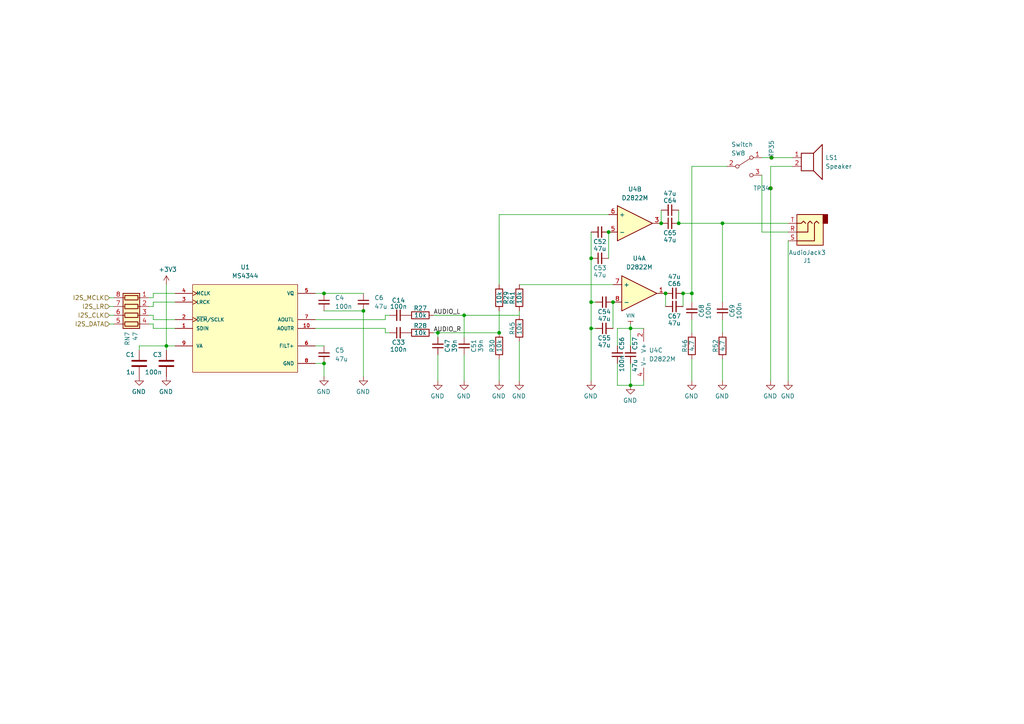
<source format=kicad_sch>
(kicad_sch (version 20211123) (generator eeschema)
  (paper "A4")
  (lib_symbols
    (symbol "CS4344-CZZ:CS4344-CZZ" (pin_names (offset 1.016))
      (property "Reference" "U" (at -15.1384 13.4112 0))
      (property "Value" "CS4344-CZZ" (at -15.4178 -15.0114 0))
      (symbol "CS4344-CZZ_0_0"
        (rectangle (start -15.24 -12.7) (end 15.24 12.7) (stroke (width 0.1524)) (fill (type background)))
        (pin input line (at -20.32 0 0) (length 5.08) (name "SDIN") (number "1"))
        (pin output line (at 20.32 0 180) (length 5.08) (name "AOUTR") (number "10"))
        (pin input clock (at -20.32 2.54 0) (length 5.08) (name "~{DEM}/SCLK") (number "2"))
        (pin input clock (at -20.32 7.62 0) (length 5.08) (name "LRCK") (number "3"))
        (pin input clock (at -20.32 10.16 0) (length 5.08) (name "MCLK") (number "4"))
        (pin output line (at 20.32 10.16 180) (length 5.08) (name "VQ") (number "5"))
        (pin output line (at 20.32 -5.08 180) (length 5.08) (name "FILT+") (number "6"))
        (pin output line (at 20.32 2.54 180) (length 5.08) (name "AOUTL") (number "7"))
        (pin power_in line (at 20.32 -10.16 180) (length 5.08) (name "GND") (number "8"))
        (pin input line (at -20.32 -5.08 0) (length 5.08) (name "VA") (number "9"))
      )
    )
    (symbol "Device:C_Small" (pin_numbers hide) (pin_names (offset 0.254) hide)
      (property "Reference" "C" (at 0.254 1.778 0))
      (property "Value" "C_Small" (at 0.254 -2.032 0))
      (symbol "C_Small_0_1"
        (polyline (pts (xy -1.524 -0.508) (xy 1.524 -0.508)) (stroke (width 0.3302)))
        (polyline (pts (xy -1.524 0.508) (xy 1.524 0.508)) (stroke (width 0.3048)))
      )
      (symbol "C_Small_1_1"
        (pin passive line (at 0 2.54 270) (length 2.032) (name "~") (number "1"))
        (pin passive line (at 0 -2.54 90) (length 2.032) (name "~") (number "2"))
      )
    )
    (symbol "Device:Speaker" (pin_names (offset 0) hide)
      (property "Reference" "LS" (at 1.27 5.715 0))
      (property "Value" "Speaker" (at 1.27 3.81 0))
      (symbol "Speaker_0_0"
        (rectangle (start -2.54 1.27) (end 1.016 -3.81) (stroke (width 0.254)))
        (polyline (pts (xy 1.016 1.27) (xy 3.556 3.81) (xy 3.556 -6.35) (xy 1.016 -3.81)) (stroke (width 0.254)))
      )
      (symbol "Speaker_1_1"
        (pin input line (at -5.08 0 0) (length 2.54) (name "1") (number "1"))
        (pin input line (at -5.08 -2.54 0) (length 2.54) (name "2") (number "2"))
      )
    )
    (symbol "amplifier:TDA2822"
      (property "Reference" "U" (at 0 5.08 0))
      (property "Value" "TDA2822" (at 0 -5.08 0))
      (symbol "TDA2822_1_1"
        (polyline (pts (xy -5.08 5.08) (xy 5.08 0) (xy -5.08 -5.08) (xy -5.08 5.08)) (stroke (width 0.254)) (fill (type background)))
        (pin output line (at 7.62 0 180) (length 2.54) (name "~") (number "1"))
        (pin input line (at -7.62 2.54 0) (length 2.54) (name "+") (number "7"))
        (pin input line (at -7.62 -2.54 0) (length 2.54) (name "-") (number "8"))
      )
      (symbol "TDA2822_2_1"
        (polyline (pts (xy -5.08 5.08) (xy 5.08 0) (xy -5.08 -5.08) (xy -5.08 5.08)) (stroke (width 0.254)) (fill (type background)))
        (pin output line (at 7.62 0 180) (length 2.54) (name "~") (number "3"))
        (pin input line (at -7.62 -2.54 0) (length 2.54) (name "-") (number "5"))
        (pin input line (at -7.62 2.54 0) (length 2.54) (name "+") (number "6"))
      )
      (symbol "TDA2822_3_1"
        (pin power_in line (at -2.54 7.62 270) (length 3.81) (name "V+") (number "2"))
        (pin power_in line (at -2.54 -7.62 90) (length 3.81) (name "V-") (number "4"))
      )
    )
    (symbol "mch2021-rescue:+3.3V-power" (power) (pin_names (offset 0))
      (property "Value" "+3.3V-power" (at 0 3.556 0))
      (symbol "+3.3V-power_0_1"
        (polyline (pts (xy -0.762 1.27) (xy 0 2.54)))
        (polyline (pts (xy 0 0) (xy 0 2.54)))
        (polyline (pts (xy 0 2.54) (xy 0.762 1.27)))
      )
      (symbol "+3.3V-power_1_1"
        (pin power_in line (at 0 0 90) (length 0) hide (name "+3V3") (number "1"))
      )
    )
    (symbol "mch2021-rescue:AudioJack3-Connector"
      (property "Reference" "J" (at 0 8.89 0))
      (property "Value" "AudioJack3-Connector" (at 0 6.35 0))
      (symbol "AudioJack3-Connector_0_1"
        (rectangle (start -5.08 -5.08) (end -6.35 -2.54) (stroke (width 0.254)) (fill (type outline)))
        (polyline (pts (xy 0 -2.54) (xy 0.635 -3.175) (xy 1.27 -2.54) (xy 2.54 -2.54)) (stroke (width 0.254)))
        (polyline (pts (xy -1.905 -2.54) (xy -1.27 -3.175) (xy -0.635 -2.54) (xy -0.635 0) (xy 2.54 0)) (stroke (width 0.254)))
        (polyline (pts (xy 2.54 2.54) (xy -2.54 2.54) (xy -2.54 -2.54) (xy -3.175 -3.175) (xy -3.81 -2.54)) (stroke (width 0.254)))
        (rectangle (start 2.54 3.81) (end -5.08 -5.08) (stroke (width 0.254)) (fill (type background)))
      )
      (symbol "AudioJack3-Connector_1_1"
        (pin passive line (at 5.08 0 180) (length 2.54) (name "~") (number "R"))
        (pin passive line (at 5.08 2.54 180) (length 2.54) (name "~") (number "S"))
        (pin passive line (at 5.08 -2.54 180) (length 2.54) (name "~") (number "T"))
      )
    )
    (symbol "mch2021-rescue:C-Device" (pin_numbers hide) (pin_names (offset 0.254))
      (property "Reference" "C" (at 0.635 2.54 0))
      (property "Value" "C-Device" (at 0.635 -2.54 0))
      (symbol "C-Device_0_1"
        (polyline (pts (xy -2.032 -0.762) (xy 2.032 -0.762)) (stroke (width 0.508)))
        (polyline (pts (xy -2.032 0.762) (xy 2.032 0.762)) (stroke (width 0.508)))
      )
      (symbol "C-Device_1_1"
        (pin passive line (at 0 3.81 270) (length 2.794) (name "~") (number "1"))
        (pin passive line (at 0 -3.81 90) (length 2.794) (name "~") (number "2"))
      )
    )
    (symbol "mch2021-rescue:GND-power" (power) (pin_names (offset 0))
      (property "Value" "GND-power" (at 0 -3.81 0))
      (symbol "GND-power_0_1"
        (polyline (pts (xy 0 0) (xy 0 -1.27) (xy 1.27 -1.27) (xy 0 -2.54) (xy -1.27 -1.27) (xy 0 -1.27)))
      )
      (symbol "GND-power_1_1"
        (pin power_in line (at 0 0 270) (length 0) hide (name "GND") (number "1"))
      )
    )
    (symbol "mch2021-rescue:R-Device" (pin_numbers hide) (pin_names (offset 0))
      (property "Reference" "R" (at 2.032 0 90))
      (property "Value" "R-Device" (at 0 0 90))
      (symbol "R-Device_0_1"
        (rectangle (start -1.016 -2.54) (end 1.016 2.54) (stroke (width 0.254)))
      )
      (symbol "R-Device_1_1"
        (pin passive line (at 0 3.81 270) (length 1.27) (name "~") (number "1"))
        (pin passive line (at 0 -3.81 90) (length 1.27) (name "~") (number "2"))
      )
    )
    (symbol "mch2021-rescue:R_Pack04-Device" (pin_names (offset 0) hide)
      (property "Reference" "RN" (at -7.62 0 90))
      (property "Value" "R_Pack04-Device" (at 5.08 0 90))
      (symbol "R_Pack04-Device_0_1"
        (rectangle (start -6.35 -2.413) (end 3.81 2.413) (stroke (width 0.254)) (fill (type background)))
        (rectangle (start -5.715 1.905) (end -4.445 -1.905) (stroke (width 0.254)))
        (rectangle (start -3.175 1.905) (end -1.905 -1.905) (stroke (width 0.254)))
        (rectangle (start -0.635 1.905) (end 0.635 -1.905) (stroke (width 0.254)))
        (polyline (pts (xy -5.08 -2.54) (xy -5.08 -1.905)))
        (polyline (pts (xy -5.08 1.905) (xy -5.08 2.54)))
        (polyline (pts (xy -2.54 -2.54) (xy -2.54 -1.905)))
        (polyline (pts (xy -2.54 1.905) (xy -2.54 2.54)))
        (polyline (pts (xy 0 -2.54) (xy 0 -1.905)))
        (polyline (pts (xy 0 1.905) (xy 0 2.54)))
        (polyline (pts (xy 2.54 -2.54) (xy 2.54 -1.905)))
        (polyline (pts (xy 2.54 1.905) (xy 2.54 2.54)))
        (rectangle (start 1.905 1.905) (end 3.175 -1.905) (stroke (width 0.254)))
      )
      (symbol "R_Pack04-Device_1_1"
        (pin passive line (at -5.08 -5.08 90) (length 2.54) (name "R1.1") (number "1"))
        (pin passive line (at -2.54 -5.08 90) (length 2.54) (name "R2.1") (number "2"))
        (pin passive line (at 0 -5.08 90) (length 2.54) (name "R3.1") (number "3"))
        (pin passive line (at 2.54 -5.08 90) (length 2.54) (name "R4.1") (number "4"))
        (pin passive line (at 2.54 5.08 270) (length 2.54) (name "R4.2") (number "5"))
        (pin passive line (at 0 5.08 270) (length 2.54) (name "R3.2") (number "6"))
        (pin passive line (at -2.54 5.08 270) (length 2.54) (name "R2.2") (number "7"))
        (pin passive line (at -5.08 5.08 270) (length 2.54) (name "R1.2") (number "8"))
      )
    )
    (symbol "mch2021-rescue:SW_SPDT-Switch" (pin_names (offset 0) hide)
      (property "Reference" "SW" (at 0 4.318 0))
      (property "Value" "SW_SPDT-Switch" (at 0 -5.08 0))
      (symbol "SW_SPDT-Switch_0_0"
        (circle (center -2.032 0) (radius 0.508))
        (circle (center 2.032 -2.54) (radius 0.508))
      )
      (symbol "SW_SPDT-Switch_0_1"
        (polyline (pts (xy -1.524 0.254) (xy 1.651 2.286)))
        (circle (center 2.032 2.54) (radius 0.508))
      )
      (symbol "SW_SPDT-Switch_1_1"
        (pin passive line (at 5.08 2.54 180) (length 2.54) (name "A") (number "1"))
        (pin passive line (at -5.08 0 0) (length 2.54) (name "B") (number "2"))
        (pin passive line (at 5.08 -2.54 180) (length 2.54) (name "C") (number "3"))
      )
    )
    (symbol "mch2021-rescue:TestPoint_Small-Connector" (pin_numbers hide) (pin_names (offset 0.762) hide)
      (property "Reference" "TP" (at 0 3.81 0))
      (property "Value" "TestPoint_Small-Connector" (at 0 2.032 0))
      (symbol "TestPoint_Small-Connector_0_1"
        (circle (center 0 0) (radius 0.508))
      )
      (symbol "TestPoint_Small-Connector_1_1"
        (pin passive line (at 0 0 90) (length 0) (name "1") (number "1"))
      )
    )
    (symbol "mch2021-rescue:VIN-vin" (power) (pin_numbers hide) (pin_names (offset 0) hide)
      (property "Value" "VIN-vin" (at 0 1.524 0))
      (symbol "VIN-vin_0_1"
        (polyline (pts (xy -0.762 0.762) (xy 0.762 0.762)))
        (polyline (pts (xy 0 0) (xy 0 0.762)))
      )
      (symbol "VIN-vin_1_1"
        (pin power_in line (at 0 0 90) (length 0) hide (name "VIN") (number "1"))
      )
    )
  )
  (junction (at 93.98 85.09))
  (junction (at 196.85 64.77))
  (junction (at 223.52 54.61))
  (junction (at 182.88 95.25))
  (junction (at 200.66 85.09))
  (junction (at 127 96.52))
  (junction (at 198.12 85.09))
  (junction (at 171.45 95.25))
  (junction (at 177.8 87.63))
  (junction (at 176.53 67.31))
  (junction (at 191.77 64.77))
  (junction (at 223.774 45.72))
  (junction (at 171.45 87.63))
  (junction (at 182.88 111.76))
  (junction (at 144.78 96.52))
  (junction (at 93.98 105.41))
  (junction (at 48.26 100.33))
  (junction (at 105.41 90.17))
  (junction (at 209.55 64.77))
  (junction (at 134.62 91.44))
  (junction (at 171.45 74.93))
  (junction (at 193.04 85.09))
  (wire (pts (xy 134.62 91.44) (xy 150.622 91.44)))
  (wire (pts (xy 198.12 85.09) (xy 200.66 85.09)))
  (wire (pts (xy 200.66 104.14) (xy 200.66 110.49)))
  (wire (pts (xy 209.55 104.14) (xy 209.55 110.49)))
  (wire (pts (xy 31.75 86.36) (xy 33.02 86.36)))
  (wire (pts (xy 48.26 82.55) (xy 48.26 100.33)))
  (wire (pts (xy 200.66 48.26) (xy 210.82 48.26)))
  (wire (pts (xy 171.45 95.25) (xy 172.72 95.25)))
  (wire (pts (xy 200.66 92.71) (xy 200.66 96.52)))
  (wire (pts (xy 209.55 64.77) (xy 228.6 64.77)))
  (wire (pts (xy 182.88 111.76) (xy 186.69 111.76)))
  (wire (pts (xy 171.45 74.93) (xy 171.45 87.63)))
  (wire (pts (xy 93.98 90.17) (xy 105.41 90.17)))
  (wire (pts (xy 48.26 100.33) (xy 48.26 101.6)))
  (wire (pts (xy 223.52 54.61) (xy 223.52 110.49)))
  (wire (pts (xy 182.88 95.25) (xy 186.69 95.25)))
  (wire (pts (xy 91.44 105.41) (xy 93.98 105.41)))
  (wire (pts (xy 127 96.52) (xy 144.78 96.52)))
  (wire (pts (xy 182.88 105.41) (xy 182.88 111.76)))
  (wire (pts (xy 134.62 102.87) (xy 134.62 110.49)))
  (wire (pts (xy 144.78 62.23) (xy 144.78 82.55)))
  (wire (pts (xy 111.76 91.44) (xy 113.03 91.44)))
  (wire (pts (xy 220.98 50.8) (xy 220.98 67.31)))
  (wire (pts (xy 50.8 92.71) (xy 44.45 92.71)))
  (wire (pts (xy 144.78 104.14) (xy 144.78 110.49)))
  (wire (pts (xy 200.66 48.26) (xy 200.66 85.09)))
  (wire (pts (xy 144.78 90.17) (xy 144.78 96.52)))
  (wire (pts (xy 91.44 95.25) (xy 111.76 95.25)))
  (wire (pts (xy 44.45 85.09) (xy 44.45 86.36)))
  (wire (pts (xy 31.75 93.98) (xy 33.02 93.98)))
  (wire (pts (xy 111.76 95.25) (xy 111.76 96.52)))
  (wire (pts (xy 111.76 96.52) (xy 113.03 96.52)))
  (wire (pts (xy 44.45 91.44) (xy 43.18 91.44)))
  (wire (pts (xy 44.45 86.36) (xy 43.18 86.36)))
  (wire (pts (xy 209.55 92.71) (xy 209.55 96.52)))
  (wire (pts (xy 48.26 100.33) (xy 50.8 100.33)))
  (wire (pts (xy 171.45 95.25) (xy 171.45 110.49)))
  (wire (pts (xy 171.45 87.63) (xy 172.72 87.63)))
  (wire (pts (xy 91.44 100.33) (xy 93.98 100.33)))
  (wire (pts (xy 50.8 87.63) (xy 44.45 87.63)))
  (wire (pts (xy 191.77 60.96) (xy 191.77 64.77)))
  (wire (pts (xy 40.386 101.6) (xy 40.386 100.33)))
  (wire (pts (xy 179.07 100.33) (xy 179.07 95.25)))
  (wire (pts (xy 44.45 95.25) (xy 44.45 93.98)))
  (wire (pts (xy 125.73 96.52) (xy 127 96.52)))
  (wire (pts (xy 223.52 48.26) (xy 223.52 54.61)))
  (wire (pts (xy 105.41 90.17) (xy 105.41 109.22)))
  (wire (pts (xy 31.75 88.9) (xy 33.02 88.9)))
  (wire (pts (xy 50.8 95.25) (xy 44.45 95.25)))
  (wire (pts (xy 44.45 88.9) (xy 43.18 88.9)))
  (wire (pts (xy 179.07 111.76) (xy 182.88 111.76)))
  (wire (pts (xy 176.53 67.31) (xy 176.53 74.93)))
  (wire (pts (xy 31.75 91.44) (xy 33.02 91.44)))
  (wire (pts (xy 220.98 45.72) (xy 223.774 45.72)))
  (wire (pts (xy 134.62 91.44) (xy 134.62 97.79)))
  (wire (pts (xy 50.8 85.09) (xy 44.45 85.09)))
  (wire (pts (xy 171.45 67.31) (xy 171.45 74.93)))
  (wire (pts (xy 200.66 85.09) (xy 200.66 87.63)))
  (wire (pts (xy 127 97.79) (xy 127 96.52)))
  (wire (pts (xy 186.69 110.49) (xy 186.69 111.76)))
  (wire (pts (xy 144.78 62.23) (xy 176.53 62.23)))
  (wire (pts (xy 91.44 85.09) (xy 93.98 85.09)))
  (wire (pts (xy 44.45 93.98) (xy 43.18 93.98)))
  (wire (pts (xy 193.04 85.09) (xy 193.04 88.9)))
  (wire (pts (xy 179.07 105.41) (xy 179.07 111.76)))
  (wire (pts (xy 228.6 69.85) (xy 228.6 110.49)))
  (wire (pts (xy 125.73 91.44) (xy 134.62 91.44)))
  (wire (pts (xy 177.8 87.63) (xy 177.8 95.25)))
  (wire (pts (xy 171.45 87.63) (xy 171.45 95.25)))
  (wire (pts (xy 150.622 90.17) (xy 150.622 91.44)))
  (wire (pts (xy 44.45 92.71) (xy 44.45 91.44)))
  (wire (pts (xy 182.88 93.98) (xy 182.88 95.25)))
  (wire (pts (xy 223.774 45.72) (xy 229.87 45.72)))
  (wire (pts (xy 44.45 87.63) (xy 44.45 88.9)))
  (wire (pts (xy 150.622 82.55) (xy 177.8 82.55)))
  (wire (pts (xy 93.98 105.41) (xy 93.98 109.22)))
  (wire (pts (xy 198.12 85.09) (xy 198.12 88.9)))
  (wire (pts (xy 93.98 85.09) (xy 105.41 85.09)))
  (wire (pts (xy 223.52 48.26) (xy 229.87 48.26)))
  (wire (pts (xy 127 110.49) (xy 127 102.87)))
  (wire (pts (xy 150.622 99.06) (xy 150.622 110.49)))
  (wire (pts (xy 209.55 87.63) (xy 209.55 64.77)))
  (wire (pts (xy 40.386 100.33) (xy 48.26 100.33)))
  (wire (pts (xy 209.55 64.77) (xy 196.85 64.77)))
  (wire (pts (xy 91.44 92.71) (xy 111.76 92.71)))
  (wire (pts (xy 111.76 92.71) (xy 111.76 91.44)))
  (wire (pts (xy 220.98 67.31) (xy 228.6 67.31)))
  (wire (pts (xy 182.88 100.33) (xy 182.88 95.25)))
  (wire (pts (xy 179.07 95.25) (xy 182.88 95.25)))
  (wire (pts (xy 196.85 60.96) (xy 196.85 64.77)))
  (label "AUDIO_L" (at 125.73 91.44 0))
  (label "AUDIO_R" (at 125.73 96.52 0))
  (hierarchical_label "I2S_DATA" (shape input) (at 31.75 93.98 180))
  (hierarchical_label "I2S_LR" (shape input) (at 31.75 88.9 180))
  (hierarchical_label "I2S_CLK" (shape input) (at 31.75 91.44 180))
  (hierarchical_label "I2S_MCLK" (shape input) (at 31.75 86.36 180))
  (symbol (lib_id "mch2021-rescue:R_Pack04-Device") (at 38.1 91.44 90) (mirror x) (unit 1)
    (property "Reference" "RN7" (at 36.9316 96.2152 0) (effects (justify left)))
    (property "Value" "47" (at 39.243 96.2152 0) (effects (justify left)))
    (property "Footprint" "Resistor_SMD:R_Array_Convex_4x0603" (effects hide))
    (property "Datasheet" "https://datasheet.lcsc.com/lcsc/1912111437_UNI-ROYAL-Uniroyal-Elec-4D03WGF470JT5E_C425204.pdf" (effects hide))
    (property "LCSC" "C425204" (effects hide))
    (property "Mouser" "-" (effects hide))
    (property "Sponsored" "N" (effects hide))
    (property "MANUFACTURER" "UNI-ROYAL" (effects hide))
    (property "MPN" "4D03WGF470JT5E" (effects hide))
    (property "Category" "Resistor arrays" (effects hide))
    (property "Buy early" "Y" (effects hide))
    (property "Description" "Generic part" (effects hide))
    (property "Manufacturer" "Uni-royal" (effects hide))
  )
  (symbol (lib_id "mch2021-rescue:R-Device") (at 200.66 100.33 180) (unit 1)
    (property "Reference" "R46" (at 198.628 100.33 90))
    (property "Value" "4.7" (at 200.66 100.33 90))
    (property "Footprint" "Resistor_SMD:R_0402_1005Metric" (effects hide))
    (property "Datasheet" "https://datasheet.lcsc.com/lcsc/2110252230_UNI-ROYAL-Uniroyal-Elec-0402WGF470KTCE_C25121.pdf" (effects hide))
    (property "LCSC" "C25121" (effects hide))
    (property "Mouser" "-" (effects hide))
    (property "Sponsored" "N" (effects hide))
    (property "MANUFACTURER" "YAGEO" (effects hide))
    (property "MPN" "0402WGF470KTCE" (effects hide))
    (property "Category" "Resistors" (effects hide))
    (property "Buy early" "Y" (effects hide))
    (property "Description" "Generic part" (effects hide))
    (property "Manufacturer" "Uni-royal" (effects hide))
  )
  (symbol (lib_id "Device:C_Small") (at 200.66 90.17 0) (mirror x) (unit 1)
    (property "Reference" "C68" (at 203.454 90.17 90))
    (property "Value" "100n" (at 205.486 90.17 90))
    (property "Footprint" "Capacitor_SMD:C_0402_1005Metric" (effects hide))
    (property "Datasheet" "https://datasheet.lcsc.com/lcsc/1810191222_Samsung-Electro-Mechanics-CL05B104KB54PNC_C307331.pdf" (effects hide))
    (property "Category" "Capacitors" (effects hide))
    (property "Description" "Generic part" (effects hide))
    (property "Buy early" "Y" (effects hide))
    (property "Sponsored" "N" (effects hide))
    (property "LCSC" "C307331" (effects hide))
    (property "MPN" "CL05B104KB54PNC" (effects hide))
    (property "Manufacturer" "Samsung Electro-Mechanics" (effects hide))
    (property "Minimal voltage rating" "10" (effects hide))
    (property "Voltage rating" "50" (effects hide))
  )
  (symbol (lib_id "mch2021-rescue:R-Device") (at 144.78 100.33 180) (unit 1)
    (property "Reference" "R30" (at 142.748 100.33 90))
    (property "Value" "10k" (at 144.78 100.33 90))
    (property "Footprint" "Resistor_SMD:R_0402_1005Metric" (effects hide))
    (property "Datasheet" "https://datasheet.lcsc.com/lcsc/2110260030_UNI-ROYAL-Uniroyal-Elec-0402WGF1002TCE_C25744.pdf" (effects hide))
    (property "LCSC" "C25744" (effects hide))
    (property "Mouser" "-" (effects hide))
    (property "Sponsored" "N" (effects hide))
    (property "MANUFACTURER" "YAGEO" (effects hide))
    (property "MPN" "0402WGF1002TCE" (effects hide))
    (property "Category" "Resistors" (effects hide))
    (property "Buy early" "Y" (effects hide))
    (property "Description" "Generic part" (effects hide))
    (property "Manufacturer" "Uni-royal" (effects hide))
  )
  (symbol (lib_id "Device:C_Small") (at 115.57 96.52 90) (mirror x) (unit 1)
    (property "Reference" "C33" (at 115.57 99.314 90))
    (property "Value" "100n" (at 115.57 101.346 90))
    (property "Footprint" "Capacitor_SMD:C_0402_1005Metric" (effects hide))
    (property "Datasheet" "https://datasheet.lcsc.com/lcsc/1810191222_Samsung-Electro-Mechanics-CL05B104KB54PNC_C307331.pdf" (effects hide))
    (property "Category" "Capacitors" (effects hide))
    (property "Description" "Generic part" (effects hide))
    (property "Buy early" "Y" (effects hide))
    (property "Sponsored" "N" (effects hide))
    (property "LCSC" "C307331" (effects hide))
    (property "MPN" "CL05B104KB54PNC" (effects hide))
    (property "Manufacturer" "Samsung Electro-Mechanics" (effects hide))
    (property "Minimal voltage rating" "10" (effects hide))
    (property "Voltage rating" "50" (effects hide))
  )
  (symbol (lib_id "mch2021-rescue:SW_SPDT-Switch") (at 215.9 48.26 0) (unit 1)
    (property "Reference" "SW8" (at 212.09 44.45 0) (effects (justify left)))
    (property "Value" "Switch" (at 212.09 41.91 0) (effects (justify left)))
    (property "Footprint" "Button_Switch_SMD:SW_SPDT_PCM12" (effects hide))
    (property "Datasheet" "https://datasheet.lcsc.com/lcsc/2110151630_XKB-Connectivity-SK-3296S-01-L1_C319020.pdf" (effects hide))
    (property "LCSC" "C319020" (effects hide))
    (property "Mouser" "-" (effects hide))
    (property "Sponsored" "N" (effects hide))
    (property "Category" "Buttons" (effects hide))
    (property "Buy early" "Y" (effects hide))
    (property "Description" "Toggle switch" (effects hide))
    (property "MPN" "SK-3296S-01-L1" (effects hide))
    (property "Manufacturer" "XKB Connectivity" (effects hide))
  )
  (symbol (lib_id "mch2021-rescue:GND-power") (at 134.62 110.49 0) (mirror y) (unit 1)
    (property "Reference" "#PWR0212" (effects hide))
    (property "Value" "GND" (at 134.493 114.8842 0))
  )
  (symbol (lib_id "amplifier:TDA2822") (at 185.42 85.09 0) (unit 1)
    (property "Reference" "U4" (at 185.42 74.93 0))
    (property "Value" "D2822M" (at 185.42 77.47 0))
    (property "Footprint" "Package_SO:SOP-8_3.9x4.9mm_P1.27mm" (effects hide))
    (property "Datasheet" "https://datasheet.lcsc.com/lcsc/2111030930_Silicore-D2822M-SOP8_C2837292.pdf" (effects hide))
    (property "Category" "ICs" (effects hide))
    (property "LCSC" "C2837292" (effects hide))
    (property "MPN" "D2822M SOP8" (effects hide))
    (property "Manufacturer" "Silicore" (effects hide))
    (property "Buy early" "Y" (effects hide))
    (property "Sponsored" "N" (effects hide))
  )
  (symbol (lib_id "mch2021-rescue:GND-power") (at 182.88 111.76 0) (mirror y) (unit 1)
    (property "Reference" "#PWR010" (effects hide))
    (property "Value" "GND" (at 182.753 116.1542 0))
  )
  (symbol (lib_id "mch2021-rescue:GND-power") (at 144.78 110.49 0) (mirror y) (unit 1)
    (property "Reference" "#PWR02" (effects hide))
    (property "Value" "GND" (at 144.653 114.8842 0))
  )
  (symbol (lib_id "mch2021-rescue:GND-power") (at 40.386 109.22 0) (mirror y) (unit 1)
    (property "Reference" "#PWR0196" (effects hide))
    (property "Value" "GND" (at 40.259 113.6142 0))
  )
  (symbol (lib_id "mch2021-rescue:GND-power") (at 48.26 109.22 0) (mirror y) (unit 1)
    (property "Reference" "#PWR0112" (effects hide))
    (property "Value" "GND" (at 48.133 113.6142 0))
  )
  (symbol (lib_id "mch2021-rescue:R-Device") (at 121.92 91.44 90) (unit 1)
    (property "Reference" "R27" (at 121.92 89.408 90))
    (property "Value" "10k" (at 121.92 91.44 90))
    (property "Footprint" "Resistor_SMD:R_0402_1005Metric" (effects hide))
    (property "Datasheet" "https://datasheet.lcsc.com/lcsc/2110260030_UNI-ROYAL-Uniroyal-Elec-0402WGF1002TCE_C25744.pdf" (effects hide))
    (property "LCSC" "C25744" (effects hide))
    (property "Mouser" "-" (effects hide))
    (property "Sponsored" "N" (effects hide))
    (property "MANUFACTURER" "YAGEO" (effects hide))
    (property "MPN" "0402WGF1002TCE" (effects hide))
    (property "Category" "Resistors" (effects hide))
    (property "Buy early" "Y" (effects hide))
    (property "Description" "Generic part" (effects hide))
    (property "Manufacturer" "Uni-royal" (effects hide))
  )
  (symbol (lib_id "mch2021-rescue:R-Device") (at 209.55 100.33 180) (unit 1)
    (property "Reference" "R52" (at 207.518 100.33 90))
    (property "Value" "4.7" (at 209.55 100.33 90))
    (property "Footprint" "Resistor_SMD:R_0402_1005Metric" (effects hide))
    (property "Datasheet" "https://datasheet.lcsc.com/lcsc/2110252230_UNI-ROYAL-Uniroyal-Elec-0402WGF470KTCE_C25121.pdf" (effects hide))
    (property "LCSC" "C25121" (effects hide))
    (property "Mouser" "-" (effects hide))
    (property "Sponsored" "N" (effects hide))
    (property "MANUFACTURER" "YAGEO" (effects hide))
    (property "MPN" "0402WGF470KTCE" (effects hide))
    (property "Category" "Resistors" (effects hide))
    (property "Buy early" "Y" (effects hide))
    (property "Description" "Generic part" (effects hide))
    (property "Manufacturer" "Uni-royal" (effects hide))
  )
  (symbol (lib_id "CS4344-CZZ:CS4344-CZZ") (at 71.12 95.25 0) (unit 1)
    (property "Reference" "U1" (at 71.12 77.47 0))
    (property "Value" "MS4344" (at 71.12 80.01 0))
    (property "Footprint" "CS4344-CZZ:SOP50P490X110-10N" (effects hide))
    (property "Datasheet" "https://datasheet.lcsc.com/lcsc/2012211837_Hangzhou-Ruimeng-Tech-MS4344_C1509050.pdf" (effects hide))
    (property "LCSC" "C1509050" (effects hide))
    (property "Category" "ICs" (effects hide))
    (property "Buy early" "Y" (effects hide))
    (property "MPN" "MS4344" (effects hide))
    (property "Manufacturer" "Hangzhou Ruimeng Tech" (effects hide))
    (property "Sponsored" "N" (effects hide))
  )
  (symbol (lib_id "Device:C_Small") (at 194.31 64.77 90) (mirror x) (unit 1)
    (property "Reference" "C65" (at 194.31 67.564 90))
    (property "Value" "47u" (at 194.31 69.596 90))
    (property "Footprint" "Capacitor_SMD:C_0805_2012Metric" (effects hide))
    (property "Datasheet" "https://datasheet.lcsc.com/lcsc/1811091612_Samsung-Electro-Mechanics-CL21A476MQYNNNE_C16780.pdf" (effects hide))
    (property "Category" "Capacitors" (effects hide))
    (property "Description" "Generic part" (effects hide))
    (property "Buy early" "Y" (effects hide))
    (property "Sponsored" "N" (effects hide))
    (property "LCSC" "C16780" (effects hide))
    (property "MPN" "CL21A476MQYNNNE" (effects hide))
    (property "Manufacturer" "Samsung Electro-Mechanics" (effects hide))
    (property "Minimal voltage rating" "6" (effects hide))
    (property "Voltage rating" "6.3" (effects hide))
  )
  (symbol (lib_id "mch2021-rescue:AudioJack3-Connector") (at 233.68 67.31 180) (unit 1)
    (property "Reference" "J1" (at 234.1372 75.565 0))
    (property "Value" "AudioJack3" (at 234.1372 73.2536 0))
    (property "Footprint" "custom:Boom-audiojack-PJ-320B" (effects hide))
    (property "Datasheet" "https://datasheet.lcsc.com/lcsc/1811132022_BOOMELE-Boom-Precision-Elec-C18594_C18594.pdf" (effects hide))
    (property "LCSC" "C18594" (effects hide))
    (property "Mouser" "-" (effects hide))
    (property "Sponsored" "N" (effects hide))
    (property "Category" "Connectors" (effects hide))
    (property "MPN" "C18594" (effects hide))
    (property "Manufacturer" "Boomele" (effects hide))
    (property "Buy early" "Y" (effects hide))
  )
  (symbol (lib_id "mch2021-rescue:R-Device") (at 150.622 95.25 180) (unit 1)
    (property "Reference" "R45" (at 148.59 95.25 90))
    (property "Value" "10k" (at 150.622 95.25 90))
    (property "Footprint" "Resistor_SMD:R_0402_1005Metric" (effects hide))
    (property "Datasheet" "https://datasheet.lcsc.com/lcsc/2110260030_UNI-ROYAL-Uniroyal-Elec-0402WGF1002TCE_C25744.pdf" (effects hide))
    (property "LCSC" "C25744" (effects hide))
    (property "Mouser" "-" (effects hide))
    (property "Sponsored" "N" (effects hide))
    (property "MANUFACTURER" "YAGEO" (effects hide))
    (property "MPN" "0402WGF1002TCE" (effects hide))
    (property "Category" "Resistors" (effects hide))
    (property "Buy early" "Y" (effects hide))
    (property "Description" "Generic part" (effects hide))
    (property "Manufacturer" "Uni-royal" (effects hide))
  )
  (symbol (lib_id "mch2021-rescue:C-Device") (at 40.386 105.41 0) (mirror y) (unit 1)
    (property "Reference" "C1" (at 39.116 102.87 0) (effects (justify left)))
    (property "Value" "1u" (at 39.116 107.95 0) (effects (justify left)))
    (property "Footprint" "Capacitor_SMD:C_0402_1005Metric" (effects hide))
    (property "Datasheet" "https://datasheet.lcsc.com/lcsc/1810191216_Samsung-Electro-Mechanics-CL05A105KQ5NNNC_C107372.pdf" (effects hide))
    (property "LCSC" "C107372" (effects hide))
    (property "Category" "Capacitors" (effects hide))
    (property "Description" "Generic part" (effects hide))
    (property "Buy early" "Y" (effects hide))
    (property "Sponsored" "N" (effects hide))
    (property "MPN" "CL05A105KQ5NNNC" (effects hide))
    (property "Manufacturer" "Samsung Electro-Mechanics" (effects hide))
    (property "Minimal voltage rating" "6" (effects hide))
    (property "Voltage rating" "6.3" (effects hide))
  )
  (symbol (lib_id "mch2021-rescue:R-Device") (at 121.92 96.52 90) (unit 1)
    (property "Reference" "R28" (at 121.92 94.488 90))
    (property "Value" "10k" (at 121.92 96.52 90))
    (property "Footprint" "Resistor_SMD:R_0402_1005Metric" (effects hide))
    (property "Datasheet" "https://datasheet.lcsc.com/lcsc/2110260030_UNI-ROYAL-Uniroyal-Elec-0402WGF1002TCE_C25744.pdf" (effects hide))
    (property "LCSC" "C25744" (effects hide))
    (property "Mouser" "-" (effects hide))
    (property "Sponsored" "N" (effects hide))
    (property "MANUFACTURER" "YAGEO" (effects hide))
    (property "MPN" "0402WGF1002TCE" (effects hide))
    (property "Category" "Resistors" (effects hide))
    (property "Buy early" "Y" (effects hide))
    (property "Description" "Generic part" (effects hide))
    (property "Manufacturer" "Uni-royal" (effects hide))
  )
  (symbol (lib_id "Device:C_Small") (at 173.99 74.93 90) (mirror x) (unit 1)
    (property "Reference" "C53" (at 173.99 77.724 90))
    (property "Value" "47u" (at 173.99 79.756 90))
    (property "Footprint" "Capacitor_SMD:C_0805_2012Metric" (effects hide))
    (property "Datasheet" "https://datasheet.lcsc.com/lcsc/1811091612_Samsung-Electro-Mechanics-CL21A476MQYNNNE_C16780.pdf" (effects hide))
    (property "Category" "Capacitors" (effects hide))
    (property "Description" "Generic part" (effects hide))
    (property "Buy early" "Y" (effects hide))
    (property "Sponsored" "N" (effects hide))
    (property "LCSC" "C16780" (effects hide))
    (property "MPN" "CL21A476MQYNNNE" (effects hide))
    (property "Manufacturer" "Samsung Electro-Mechanics" (effects hide))
    (property "Minimal voltage rating" "6" (effects hide))
    (property "Voltage rating" "6.3" (effects hide))
  )
  (symbol (lib_id "Device:C_Small") (at 195.58 88.9 90) (mirror x) (unit 1)
    (property "Reference" "C67" (at 195.58 91.694 90))
    (property "Value" "47u" (at 195.58 93.726 90))
    (property "Footprint" "Capacitor_SMD:C_0805_2012Metric" (effects hide))
    (property "Datasheet" "https://datasheet.lcsc.com/lcsc/1811091612_Samsung-Electro-Mechanics-CL21A476MQYNNNE_C16780.pdf" (effects hide))
    (property "Category" "Capacitors" (effects hide))
    (property "Description" "Generic part" (effects hide))
    (property "Buy early" "Y" (effects hide))
    (property "Sponsored" "N" (effects hide))
    (property "LCSC" "C16780" (effects hide))
    (property "MPN" "CL21A476MQYNNNE" (effects hide))
    (property "Manufacturer" "Samsung Electro-Mechanics" (effects hide))
    (property "Minimal voltage rating" "6" (effects hide))
    (property "Voltage rating" "6.3" (effects hide))
  )
  (symbol (lib_id "Device:C_Small") (at 179.07 102.87 180) (unit 1)
    (property "Reference" "C56" (at 180.34 101.6 90) (effects (justify right)))
    (property "Value" "100n" (at 180.34 107.95 90) (effects (justify right)))
    (property "Footprint" "Capacitor_SMD:C_0402_1005Metric" (effects hide))
    (property "Datasheet" "https://datasheet.lcsc.com/lcsc/1810191222_Samsung-Electro-Mechanics-CL05B104KB54PNC_C307331.pdf" (effects hide))
    (property "Category" "Capacitors" (effects hide))
    (property "Description" "Generic part" (effects hide))
    (property "Buy early" "Y" (effects hide))
    (property "Sponsored" "N" (effects hide))
    (property "LCSC" "C307331" (effects hide))
    (property "MPN" "CL05B104KB54PNC" (effects hide))
    (property "Manufacturer" "Samsung Electro-Mechanics" (effects hide))
    (property "Minimal voltage rating" "10" (effects hide))
    (property "Voltage rating" "50" (effects hide))
  )
  (symbol (lib_id "mch2021-rescue:GND-power") (at 105.41 109.22 0) (mirror y) (unit 1)
    (property "Reference" "#PWR0213" (effects hide))
    (property "Value" "GND" (at 105.283 113.6142 0))
  )
  (symbol (lib_id "Device:C_Small") (at 93.98 87.63 0) (unit 1)
    (property "Reference" "C4" (at 97.155 86.3662 0) (effects (justify left)))
    (property "Value" "100n" (at 97.155 88.9062 0) (effects (justify left)))
    (property "Footprint" "Capacitor_SMD:C_0402_1005Metric" (effects hide))
    (property "Datasheet" "https://datasheet.lcsc.com/lcsc/1810191222_Samsung-Electro-Mechanics-CL05B104KB54PNC_C307331.pdf" (effects hide))
    (property "Category" "Capacitors" (effects hide))
    (property "Description" "Generic part" (effects hide))
    (property "Buy early" "Y" (effects hide))
    (property "Sponsored" "N" (effects hide))
    (property "LCSC" "C307331" (effects hide))
    (property "MPN" "CL05B104KB54PNC" (effects hide))
    (property "Manufacturer" "Samsung Electro-Mechanics" (effects hide))
    (property "Minimal voltage rating" "10" (effects hide))
    (property "Voltage rating" "50" (effects hide))
  )
  (symbol (lib_id "Device:C_Small") (at 194.31 60.96 270) (mirror x) (unit 1)
    (property "Reference" "C64" (at 194.31 58.166 90))
    (property "Value" "47u" (at 194.31 56.134 90))
    (property "Footprint" "Capacitor_SMD:C_0805_2012Metric" (effects hide))
    (property "Datasheet" "https://datasheet.lcsc.com/lcsc/1811091612_Samsung-Electro-Mechanics-CL21A476MQYNNNE_C16780.pdf" (effects hide))
    (property "Category" "Capacitors" (effects hide))
    (property "Description" "Generic part" (effects hide))
    (property "Buy early" "Y" (effects hide))
    (property "Sponsored" "N" (effects hide))
    (property "LCSC" "C16780" (effects hide))
    (property "MPN" "CL21A476MQYNNNE" (effects hide))
    (property "Manufacturer" "Samsung Electro-Mechanics" (effects hide))
    (property "Minimal voltage rating" "6" (effects hide))
    (property "Voltage rating" "6.3" (effects hide))
  )
  (symbol (lib_id "mch2021-rescue:GND-power") (at 127 110.49 0) (mirror y) (unit 1)
    (property "Reference" "#PWR0211" (effects hide))
    (property "Value" "GND" (at 126.873 114.8842 0))
  )
  (symbol (lib_id "Device:C_Small") (at 175.26 95.25 90) (mirror x) (unit 1)
    (property "Reference" "C55" (at 175.26 98.044 90))
    (property "Value" "47u" (at 175.26 100.076 90))
    (property "Footprint" "Capacitor_SMD:C_0805_2012Metric" (effects hide))
    (property "Datasheet" "https://datasheet.lcsc.com/lcsc/1811091612_Samsung-Electro-Mechanics-CL21A476MQYNNNE_C16780.pdf" (effects hide))
    (property "Category" "Capacitors" (effects hide))
    (property "Description" "Generic part" (effects hide))
    (property "Buy early" "Y" (effects hide))
    (property "Sponsored" "N" (effects hide))
    (property "LCSC" "C16780" (effects hide))
    (property "MPN" "CL21A476MQYNNNE" (effects hide))
    (property "Manufacturer" "Samsung Electro-Mechanics" (effects hide))
    (property "Minimal voltage rating" "6" (effects hide))
    (property "Voltage rating" "6.3" (effects hide))
  )
  (symbol (lib_id "mch2021-rescue:GND-power") (at 209.55 110.49 0) (mirror y) (unit 1)
    (property "Reference" "#PWR015" (effects hide))
    (property "Value" "GND" (at 209.423 114.8842 0))
  )
  (symbol (lib_id "mch2021-rescue:R-Device") (at 144.78 86.36 0) (unit 1)
    (property "Reference" "R29" (at 146.812 86.36 90))
    (property "Value" "10k" (at 144.78 86.36 90))
    (property "Footprint" "Resistor_SMD:R_0402_1005Metric" (effects hide))
    (property "Datasheet" "https://datasheet.lcsc.com/lcsc/2110260030_UNI-ROYAL-Uniroyal-Elec-0402WGF1002TCE_C25744.pdf" (effects hide))
    (property "LCSC" "C25744" (effects hide))
    (property "Mouser" "-" (effects hide))
    (property "Sponsored" "N" (effects hide))
    (property "MANUFACTURER" "YAGEO" (effects hide))
    (property "MPN" "0402WGF1002TCE" (effects hide))
    (property "Category" "Resistors" (effects hide))
    (property "Buy early" "Y" (effects hide))
    (property "Description" "Generic part" (effects hide))
    (property "Manufacturer" "Uni-royal" (effects hide))
  )
  (symbol (lib_id "mch2021-rescue:GND-power") (at 171.45 110.49 0) (mirror y) (unit 1)
    (property "Reference" "#PWR05" (effects hide))
    (property "Value" "GND" (at 171.323 114.8842 0))
  )
  (symbol (lib_id "mch2021-rescue:GND-power") (at 228.6 110.49 0) (mirror y) (unit 1)
    (property "Reference" "#PWR0210" (effects hide))
    (property "Value" "GND" (at 228.473 114.8842 0))
  )
  (symbol (lib_id "amplifier:TDA2822") (at 184.15 64.77 0) (unit 2)
    (property "Reference" "U4" (at 184.15 54.864 0))
    (property "Value" "D2822M" (at 184.15 57.404 0))
    (property "Footprint" "Package_SO:SOP-8_3.9x4.9mm_P1.27mm" (effects hide))
    (property "Datasheet" "https://datasheet.lcsc.com/lcsc/2111030930_Silicore-D2822M-SOP8_C2837292.pdf" (effects hide))
    (property "LCSC" "C2837292" (effects hide))
    (property "Category" "ICs" (effects hide))
    (property "MPN" "D2822M SOP8" (effects hide))
    (property "Manufacturer" "Silicore" (effects hide))
    (property "Buy early" "Y" (effects hide))
    (property "Sponsored" "N" (effects hide))
  )
  (symbol (lib_id "Device:C_Small") (at 134.62 100.33 0) (mirror x) (unit 1)
    (property "Reference" "C51" (at 137.414 100.33 90))
    (property "Value" "39n" (at 139.446 100.33 90))
    (property "Footprint" "Capacitor_SMD:C_0402_1005Metric" (effects hide))
    (property "Datasheet" "https://datasheet.lcsc.com/lcsc/2010152035_CCTC-TCC0402X7R393K500AT_C880624.pdf" (effects hide))
    (property "Category" "Capacitors" (effects hide))
    (property "Description" "Generic part" (effects hide))
    (property "Buy early" "Y" (effects hide))
    (property "Sponsored" "N" (effects hide))
    (property "LCSC" "C880624" (effects hide))
    (property "MPN" "TCC0402X7R393K500AT" (effects hide))
    (property "Manufacturer" "CCTC" (effects hide))
    (property "Minimal voltage rating" "10" (effects hide))
    (property "Voltage rating" "50" (effects hide))
  )
  (symbol (lib_id "Device:C_Small") (at 195.58 85.09 270) (mirror x) (unit 1)
    (property "Reference" "C66" (at 195.58 82.296 90))
    (property "Value" "47u" (at 195.58 80.264 90))
    (property "Footprint" "Capacitor_SMD:C_0805_2012Metric" (effects hide))
    (property "Datasheet" "https://datasheet.lcsc.com/lcsc/1811091612_Samsung-Electro-Mechanics-CL21A476MQYNNNE_C16780.pdf" (effects hide))
    (property "Category" "Capacitors" (effects hide))
    (property "Description" "Generic part" (effects hide))
    (property "Buy early" "Y" (effects hide))
    (property "Sponsored" "N" (effects hide))
    (property "LCSC" "C16780" (effects hide))
    (property "MPN" "CL21A476MQYNNNE" (effects hide))
    (property "Manufacturer" "Samsung Electro-Mechanics" (effects hide))
    (property "Minimal voltage rating" "6" (effects hide))
    (property "Voltage rating" "6.3" (effects hide))
  )
  (symbol (lib_id "Device:C_Small") (at 175.26 87.63 90) (mirror x) (unit 1)
    (property "Reference" "C54" (at 175.26 90.424 90))
    (property "Value" "47u" (at 175.26 92.456 90))
    (property "Footprint" "Capacitor_SMD:C_0805_2012Metric" (effects hide))
    (property "Datasheet" "https://datasheet.lcsc.com/lcsc/1811091612_Samsung-Electro-Mechanics-CL21A476MQYNNNE_C16780.pdf" (effects hide))
    (property "Category" "Capacitors" (effects hide))
    (property "Description" "Generic part" (effects hide))
    (property "Buy early" "Y" (effects hide))
    (property "Sponsored" "N" (effects hide))
    (property "LCSC" "C16780" (effects hide))
    (property "MPN" "CL21A476MQYNNNE" (effects hide))
    (property "Manufacturer" "Samsung Electro-Mechanics" (effects hide))
    (property "Minimal voltage rating" "6" (effects hide))
    (property "Voltage rating" "6.3" (effects hide))
  )
  (symbol (lib_id "mch2021-rescue:R-Device") (at 150.622 86.36 180) (unit 1)
    (property "Reference" "R41" (at 148.59 86.36 90))
    (property "Value" "10k" (at 150.622 86.36 90))
    (property "Footprint" "Resistor_SMD:R_0402_1005Metric" (effects hide))
    (property "Datasheet" "https://datasheet.lcsc.com/lcsc/2110260030_UNI-ROYAL-Uniroyal-Elec-0402WGF1002TCE_C25744.pdf" (effects hide))
    (property "LCSC" "C25744" (effects hide))
    (property "Mouser" "-" (effects hide))
    (property "Sponsored" "N" (effects hide))
    (property "MANUFACTURER" "YAGEO" (effects hide))
    (property "MPN" "0402WGF1002TCE" (effects hide))
    (property "Category" "Resistors" (effects hide))
    (property "Buy early" "Y" (effects hide))
    (property "Description" "Generic part" (effects hide))
    (property "Manufacturer" "Uni-royal" (effects hide))
  )
  (symbol (lib_id "mch2021-rescue:VIN-vin") (at 182.88 93.98 0) (unit 1)
    (property "Reference" "#PWR06" (effects hide))
    (property "Value" "VIN" (at 182.88 91.5416 0) (effects (font (size 1.016 1.016))))
  )
  (symbol (lib_id "mch2021-rescue:TestPoint_Small-Connector") (at 223.774 45.72 270) (unit 1)
    (property "Reference" "TP35" (at 223.774 40.64 0) (effects (justify left)))
    (property "Value" "Testpoint" (effects hide))
    (property "Footprint" "TestPoint:TestPoint_Pad_1.0x1.0mm" (effects hide))
    (property "Category" "Testpoints" (effects hide))
    (property "Buy early" "N" (effects hide))
    (property "Sponsored" "N" (effects hide))
  )
  (symbol (lib_id "mch2021-rescue:GND-power") (at 93.98 109.22 0) (mirror y) (unit 1)
    (property "Reference" "#PWR0214" (effects hide))
    (property "Value" "GND" (at 93.853 113.6142 0))
  )
  (symbol (lib_id "mch2021-rescue:GND-power") (at 150.622 110.49 0) (mirror y) (unit 1)
    (property "Reference" "#PWR04" (effects hide))
    (property "Value" "GND" (at 150.495 114.8842 0))
  )
  (symbol (lib_id "mch2021-rescue:GND-power") (at 223.52 110.49 0) (mirror y) (unit 1)
    (property "Reference" "#PWR016" (effects hide))
    (property "Value" "GND" (at 223.393 114.8842 0))
  )
  (symbol (lib_id "Device:C_Small") (at 173.99 67.31 90) (mirror x) (unit 1)
    (property "Reference" "C52" (at 173.99 70.104 90))
    (property "Value" "47u" (at 173.99 72.136 90))
    (property "Footprint" "Capacitor_SMD:C_0805_2012Metric" (effects hide))
    (property "Datasheet" "https://datasheet.lcsc.com/lcsc/1811091612_Samsung-Electro-Mechanics-CL21A476MQYNNNE_C16780.pdf" (effects hide))
    (property "Category" "Capacitors" (effects hide))
    (property "Description" "Generic part" (effects hide))
    (property "Buy early" "Y" (effects hide))
    (property "Sponsored" "N" (effects hide))
    (property "LCSC" "C16780" (effects hide))
    (property "MPN" "CL21A476MQYNNNE" (effects hide))
    (property "Manufacturer" "Samsung Electro-Mechanics" (effects hide))
    (property "Minimal voltage rating" "6" (effects hide))
    (property "Voltage rating" "6.3" (effects hide))
  )
  (symbol (lib_id "Device:C_Small") (at 115.57 91.44 270) (unit 1)
    (property "Reference" "C14" (at 115.57 87.122 90))
    (property "Value" "100n" (at 115.57 88.9 90))
    (property "Footprint" "Capacitor_SMD:C_0402_1005Metric" (effects hide))
    (property "Datasheet" "https://datasheet.lcsc.com/lcsc/1810191222_Samsung-Electro-Mechanics-CL05B104KB54PNC_C307331.pdf" (effects hide))
    (property "Category" "Capacitors" (effects hide))
    (property "Description" "Generic part" (effects hide))
    (property "Buy early" "Y" (effects hide))
    (property "Sponsored" "N" (effects hide))
    (property "LCSC" "C307331" (effects hide))
    (property "MPN" "CL05B104KB54PNC" (effects hide))
    (property "Manufacturer" "Samsung Electro-Mechanics" (effects hide))
    (property "Minimal voltage rating" "10" (effects hide))
    (property "Voltage rating" "50" (effects hide))
  )
  (symbol (lib_id "mch2021-rescue:GND-power") (at 200.66 110.49 0) (mirror y) (unit 1)
    (property "Reference" "#PWR011" (effects hide))
    (property "Value" "GND" (at 200.533 114.8842 0))
  )
  (symbol (lib_id "Device:C_Small") (at 93.98 102.87 0) (unit 1)
    (property "Reference" "C5" (at 97.155 101.6062 0) (effects (justify left)))
    (property "Value" "47u" (at 97.155 104.1462 0) (effects (justify left)))
    (property "Footprint" "Capacitor_SMD:C_0805_2012Metric" (effects hide))
    (property "Datasheet" "https://datasheet.lcsc.com/lcsc/1811091612_Samsung-Electro-Mechanics-CL21A476MQYNNNE_C16780.pdf" (effects hide))
    (property "Category" "Capacitors" (effects hide))
    (property "Description" "Generic part" (effects hide))
    (property "Buy early" "Y" (effects hide))
    (property "Sponsored" "N" (effects hide))
    (property "LCSC" "C16780" (effects hide))
    (property "MPN" "CL21A476MQYNNNE" (effects hide))
    (property "Manufacturer" "Samsung Electro-Mechanics" (effects hide))
    (property "Minimal voltage rating" "6" (effects hide))
    (property "Voltage rating" "6.3" (effects hide))
  )
  (symbol (lib_id "amplifier:TDA2822") (at 189.23 102.87 0) (unit 3)
    (property "Reference" "U4" (at 188.214 101.5999 0) (effects (justify left)))
    (property "Value" "D2822M" (at 188.214 104.1399 0) (effects (justify left)))
    (property "Footprint" "Package_SO:SOP-8_3.9x4.9mm_P1.27mm" (effects hide))
    (property "Datasheet" "https://datasheet.lcsc.com/lcsc/2111030930_Silicore-D2822M-SOP8_C2837292.pdf" (effects hide))
    (property "Category" "ICs" (effects hide))
    (property "LCSC" "C2837292" (effects hide))
    (property "MPN" "D2822M SOP8" (effects hide))
    (property "Manufacturer" "Silicore" (effects hide))
    (property "Buy early" "Y" (effects hide))
    (property "Sponsored" "N" (effects hide))
  )
  (symbol (lib_id "mch2021-rescue:C-Device") (at 48.26 105.41 0) (mirror y) (unit 1)
    (property "Reference" "C3" (at 46.99 102.87 0) (effects (justify left)))
    (property "Value" "100n" (at 46.99 107.95 0) (effects (justify left)))
    (property "Footprint" "Capacitor_SMD:C_0402_1005Metric" (effects hide))
    (property "Datasheet" "https://datasheet.lcsc.com/lcsc/1810191222_Samsung-Electro-Mechanics-CL05B104KB54PNC_C307331.pdf" (effects hide))
    (property "LCSC" "C307331" (effects hide))
    (property "Category" "Capacitors" (effects hide))
    (property "Description" "Generic part" (effects hide))
    (property "Buy early" "Y" (effects hide))
    (property "Sponsored" "N" (effects hide))
    (property "MPN" "CL05B104KB54PNC" (effects hide))
    (property "Manufacturer" "Samsung Electro-Mechanics" (effects hide))
    (property "Minimal voltage rating" "10" (effects hide))
    (property "Voltage rating" "50" (effects hide))
  )
  (symbol (lib_id "mch2021-rescue:+3.3V-power") (at 48.26 82.55 0) (unit 1)
    (property "Reference" "#PWR0163" (effects hide))
    (property "Value" "+3.3V" (at 48.641 78.1558 0))
  )
  (symbol (lib_id "Device:C_Small") (at 209.55 90.17 0) (mirror x) (unit 1)
    (property "Reference" "C69" (at 212.344 90.17 90))
    (property "Value" "100n" (at 214.376 90.17 90))
    (property "Footprint" "Capacitor_SMD:C_0402_1005Metric" (effects hide))
    (property "Datasheet" "https://datasheet.lcsc.com/lcsc/1810191222_Samsung-Electro-Mechanics-CL05B104KB54PNC_C307331.pdf" (effects hide))
    (property "Category" "Capacitors" (effects hide))
    (property "Description" "Generic part" (effects hide))
    (property "Buy early" "Y" (effects hide))
    (property "Sponsored" "N" (effects hide))
    (property "LCSC" "C307331" (effects hide))
    (property "MPN" "CL05B104KB54PNC" (effects hide))
    (property "Manufacturer" "Samsung Electro-Mechanics" (effects hide))
    (property "Minimal voltage rating" "10" (effects hide))
    (property "Voltage rating" "50" (effects hide))
  )
  (symbol (lib_id "Device:C_Small") (at 127 100.33 0) (mirror x) (unit 1)
    (property "Reference" "C47" (at 129.794 100.33 90))
    (property "Value" "39n" (at 131.826 100.33 90))
    (property "Footprint" "Capacitor_SMD:C_0402_1005Metric" (effects hide))
    (property "Datasheet" "https://datasheet.lcsc.com/lcsc/2010152035_CCTC-TCC0402X7R393K500AT_C880624.pdf" (effects hide))
    (property "Category" "Capacitors" (effects hide))
    (property "Description" "Generic part" (effects hide))
    (property "Buy early" "Y" (effects hide))
    (property "Sponsored" "N" (effects hide))
    (property "LCSC" "C880624" (effects hide))
    (property "MPN" "TCC0402X7R393K500AT" (effects hide))
    (property "Manufacturer" "CCTC" (effects hide))
    (property "Minimal voltage rating" "10" (effects hide))
    (property "Voltage rating" "50" (effects hide))
  )
  (symbol (lib_id "Device:Speaker") (at 234.95 45.72 0) (unit 1)
    (property "Reference" "LS1" (at 239.395 45.7199 0) (effects (justify left)))
    (property "Value" "Speaker" (at 239.395 48.2599 0) (effects (justify left)))
    (property "Footprint" "Connector_Molex:Molex_PicoBlade_53261-0271_1x02-1MP_P1.25mm_Horizontal" (effects hide))
    (property "Category" "Connectors" (effects hide))
    (property "Buy early" "N" (effects hide))
    (property "Sponsored" "N" (effects hide))
  )
  (symbol (lib_id "Device:C_Small") (at 105.41 87.63 0) (unit 1)
    (property "Reference" "C6" (at 108.585 86.3662 0) (effects (justify left)))
    (property "Value" "47u" (at 108.585 88.9062 0) (effects (justify left)))
    (property "Footprint" "Capacitor_SMD:C_0805_2012Metric" (effects hide))
    (property "Datasheet" "https://datasheet.lcsc.com/lcsc/1811091612_Samsung-Electro-Mechanics-CL21A476MQYNNNE_C16780.pdf" (effects hide))
    (property "Category" "Capacitors" (effects hide))
    (property "Description" "Generic part" (effects hide))
    (property "Buy early" "Y" (effects hide))
    (property "Sponsored" "N" (effects hide))
    (property "LCSC" "C16780" (effects hide))
    (property "MPN" "CL21A476MQYNNNE" (effects hide))
    (property "Manufacturer" "Samsung Electro-Mechanics" (effects hide))
    (property "Minimal voltage rating" "6" (effects hide))
    (property "Voltage rating" "6.3" (effects hide))
  )
  (symbol (lib_id "mch2021-rescue:TestPoint_Small-Connector") (at 223.52 54.61 0) (unit 1)
    (property "Reference" "TP34" (at 218.44 54.61 0) (effects (justify left)))
    (property "Value" "Testpoint" (effects hide))
    (property "Footprint" "TestPoint:TestPoint_Pad_1.0x1.0mm" (effects hide))
    (property "Category" "Testpoints" (effects hide))
    (property "Buy early" "N" (effects hide))
    (property "Sponsored" "N" (effects hide))
  )
  (symbol (lib_id "Device:C_Small") (at 182.88 102.87 180) (unit 1)
    (property "Reference" "C57" (at 184.15 101.6 90) (effects (justify right)))
    (property "Value" "47u" (at 184.15 107.95 90) (effects (justify right)))
    (property "Footprint" "Capacitor_SMD:C_0805_2012Metric" (effects hide))
    (property "Datasheet" "https://datasheet.lcsc.com/lcsc/1811091612_Samsung-Electro-Mechanics-CL21A476MQYNNNE_C16780.pdf" (effects hide))
    (property "Category" "Capacitors" (effects hide))
    (property "Description" "Generic part" (effects hide))
    (property "Buy early" "Y" (effects hide))
    (property "Sponsored" "N" (effects hide))
    (property "LCSC" "C16780" (effects hide))
    (property "MPN" "CL21A476MQYNNNE" (effects hide))
    (property "Manufacturer" "Samsung Electro-Mechanics" (effects hide))
    (property "Minimal voltage rating" "6" (effects hide))
    (property "Voltage rating" "6.3" (effects hide))
  )
)
</source>
